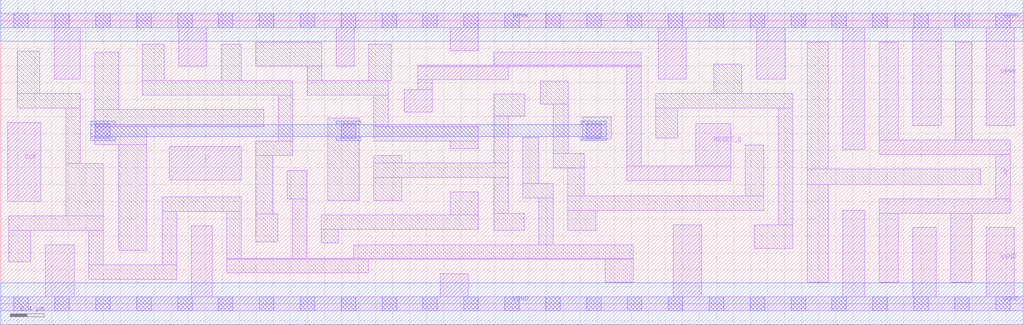
<source format=lef>
# Copyright 2020 The SkyWater PDK Authors
#
# Licensed under the Apache License, Version 2.0 (the "License");
# you may not use this file except in compliance with the License.
# You may obtain a copy of the License at
#
#     https://www.apache.org/licenses/LICENSE-2.0
#
# Unless required by applicable law or agreed to in writing, software
# distributed under the License is distributed on an "AS IS" BASIS,
# WITHOUT WARRANTIES OR CONDITIONS OF ANY KIND, either express or implied.
# See the License for the specific language governing permissions and
# limitations under the License.
#
# SPDX-License-Identifier: Apache-2.0

VERSION 5.7 ;
  NAMESCASESENSITIVE ON ;
  NOWIREEXTENSIONATPIN ON ;
  DIVIDERCHAR "/" ;
  BUSBITCHARS "[]" ;
UNITS
  DATABASE MICRONS 200 ;
END UNITS
MACRO sky130_fd_sc_lp__dfrtp_4
  CLASS CORE ;
  SOURCE USER ;
  FOREIGN sky130_fd_sc_lp__dfrtp_4 ;
  ORIGIN  0.000000  0.000000 ;
  SIZE  12.00000 BY  3.330000 ;
  SYMMETRY X Y R90 ;
  SITE unit ;
  PIN D
    ANTENNAGATEAREA  0.126000 ;
    DIRECTION INPUT ;
    USE SIGNAL ;
    PORT
      LAYER li1 ;
        RECT 1.975000 1.455000 2.820000 1.850000 ;
    END
  END D
  PIN Q
    ANTENNADIFFAREA  1.176000 ;
    DIRECTION OUTPUT ;
    USE SIGNAL ;
    PORT
      LAYER li1 ;
        RECT 10.310000 0.255000 10.535000 1.065000 ;
        RECT 10.310000 1.065000 11.850000 1.235000 ;
        RECT 10.310000 1.755000 11.850000 1.925000 ;
        RECT 10.310000 1.925000 10.535000 3.075000 ;
        RECT 11.150000 0.255000 11.395000 1.065000 ;
        RECT 11.205000 1.925000 11.395000 3.075000 ;
        RECT 11.680000 1.235000 11.850000 1.755000 ;
    END
  END Q
  PIN RESET_B
    ANTENNAGATEAREA  0.378000 ;
    DIRECTION INPUT ;
    USE SIGNAL ;
    PORT
      LAYER li1 ;
        RECT 4.735000 2.255000 5.065000 2.520000 ;
        RECT 4.895000 2.520000 5.065000 2.635000 ;
        RECT 4.895000 2.635000 5.955000 2.785000 ;
        RECT 4.895000 2.785000 7.515000 2.805000 ;
        RECT 5.785000 2.805000 7.515000 2.955000 ;
        RECT 7.345000 1.450000 8.565000 1.620000 ;
        RECT 7.345000 1.620000 7.515000 2.785000 ;
        RECT 8.155000 1.620000 8.565000 2.120000 ;
    END
  END RESET_B
  PIN CLK
    ANTENNAGATEAREA  0.159000 ;
    DIRECTION INPUT ;
    USE CLOCK ;
    PORT
      LAYER li1 ;
        RECT 0.085000 1.200000 0.470000 2.130000 ;
    END
  END CLK
  PIN VGND
    DIRECTION INOUT ;
    USE GROUND ;
    PORT
      LAYER li1 ;
        RECT  0.000000 -0.085000 12.000000 0.085000 ;
        RECT  0.525000  0.085000  0.865000 0.690000 ;
        RECT  2.235000  0.085000  2.480000 0.915000 ;
        RECT  5.155000  0.085000  5.485000 0.355000 ;
        RECT  7.895000  0.085000  8.225000 0.930000 ;
        RECT  9.880000  0.085000 10.140000 1.095000 ;
        RECT 10.705000  0.085000 10.980000 0.895000 ;
        RECT 11.565000  0.085000 11.895000 0.895000 ;
      LAYER mcon ;
        RECT  0.155000 -0.085000  0.325000 0.085000 ;
        RECT  0.635000 -0.085000  0.805000 0.085000 ;
        RECT  1.115000 -0.085000  1.285000 0.085000 ;
        RECT  1.595000 -0.085000  1.765000 0.085000 ;
        RECT  2.075000 -0.085000  2.245000 0.085000 ;
        RECT  2.555000 -0.085000  2.725000 0.085000 ;
        RECT  3.035000 -0.085000  3.205000 0.085000 ;
        RECT  3.515000 -0.085000  3.685000 0.085000 ;
        RECT  3.995000 -0.085000  4.165000 0.085000 ;
        RECT  4.475000 -0.085000  4.645000 0.085000 ;
        RECT  4.955000 -0.085000  5.125000 0.085000 ;
        RECT  5.435000 -0.085000  5.605000 0.085000 ;
        RECT  5.915000 -0.085000  6.085000 0.085000 ;
        RECT  6.395000 -0.085000  6.565000 0.085000 ;
        RECT  6.875000 -0.085000  7.045000 0.085000 ;
        RECT  7.355000 -0.085000  7.525000 0.085000 ;
        RECT  7.835000 -0.085000  8.005000 0.085000 ;
        RECT  8.315000 -0.085000  8.485000 0.085000 ;
        RECT  8.795000 -0.085000  8.965000 0.085000 ;
        RECT  9.275000 -0.085000  9.445000 0.085000 ;
        RECT  9.755000 -0.085000  9.925000 0.085000 ;
        RECT 10.235000 -0.085000 10.405000 0.085000 ;
        RECT 10.715000 -0.085000 10.885000 0.085000 ;
        RECT 11.195000 -0.085000 11.365000 0.085000 ;
        RECT 11.675000 -0.085000 11.845000 0.085000 ;
      LAYER met1 ;
        RECT 0.000000 -0.245000 12.000000 0.245000 ;
    END
  END VGND
  PIN VPWR
    DIRECTION INOUT ;
    USE POWER ;
    PORT
      LAYER li1 ;
        RECT  0.000000 3.245000 12.000000 3.415000 ;
        RECT  0.625000 2.640000  0.935000 3.245000 ;
        RECT  2.090000 2.795000  2.420000 3.245000 ;
        RECT  3.935000 2.795000  4.150000 3.245000 ;
        RECT  5.275000 2.975000  5.605000 3.245000 ;
        RECT  7.715000 2.640000  8.045000 3.245000 ;
        RECT  8.875000 2.640000  9.205000 3.245000 ;
        RECT  9.880000 1.815000 10.140000 3.245000 ;
        RECT 10.705000 2.095000 11.035000 3.245000 ;
        RECT 11.565000 2.095000 11.895000 3.245000 ;
      LAYER mcon ;
        RECT  0.155000 3.245000  0.325000 3.415000 ;
        RECT  0.635000 3.245000  0.805000 3.415000 ;
        RECT  1.115000 3.245000  1.285000 3.415000 ;
        RECT  1.595000 3.245000  1.765000 3.415000 ;
        RECT  2.075000 3.245000  2.245000 3.415000 ;
        RECT  2.555000 3.245000  2.725000 3.415000 ;
        RECT  3.035000 3.245000  3.205000 3.415000 ;
        RECT  3.515000 3.245000  3.685000 3.415000 ;
        RECT  3.995000 3.245000  4.165000 3.415000 ;
        RECT  4.475000 3.245000  4.645000 3.415000 ;
        RECT  4.955000 3.245000  5.125000 3.415000 ;
        RECT  5.435000 3.245000  5.605000 3.415000 ;
        RECT  5.915000 3.245000  6.085000 3.415000 ;
        RECT  6.395000 3.245000  6.565000 3.415000 ;
        RECT  6.875000 3.245000  7.045000 3.415000 ;
        RECT  7.355000 3.245000  7.525000 3.415000 ;
        RECT  7.835000 3.245000  8.005000 3.415000 ;
        RECT  8.315000 3.245000  8.485000 3.415000 ;
        RECT  8.795000 3.245000  8.965000 3.415000 ;
        RECT  9.275000 3.245000  9.445000 3.415000 ;
        RECT  9.755000 3.245000  9.925000 3.415000 ;
        RECT 10.235000 3.245000 10.405000 3.415000 ;
        RECT 10.715000 3.245000 10.885000 3.415000 ;
        RECT 11.195000 3.245000 11.365000 3.415000 ;
        RECT 11.675000 3.245000 11.845000 3.415000 ;
      LAYER met1 ;
        RECT 0.000000 3.085000 12.000000 3.575000 ;
    END
  END VPWR
  OBS
    LAYER li1 ;
      RECT 0.095000 0.495000  0.355000 0.860000 ;
      RECT 0.095000 0.860000  1.205000 1.030000 ;
      RECT 0.195000 2.300000  0.935000 2.470000 ;
      RECT 0.195000 2.470000  0.455000 2.970000 ;
      RECT 0.765000 1.030000  1.205000 1.650000 ;
      RECT 0.765000 1.650000  0.935000 2.300000 ;
      RECT 1.035000 0.290000  2.065000 0.460000 ;
      RECT 1.035000 0.460000  1.205000 0.860000 ;
      RECT 1.105000 1.870000  1.715000 2.085000 ;
      RECT 1.105000 2.085000  3.085000 2.285000 ;
      RECT 1.105000 2.285000  1.385000 2.960000 ;
      RECT 1.385000 0.630000  1.715000 1.870000 ;
      RECT 1.660000 2.455000  3.425000 2.625000 ;
      RECT 1.660000 2.625000  1.920000 3.050000 ;
      RECT 1.895000 0.460000  2.065000 1.085000 ;
      RECT 1.895000 1.085000  2.820000 1.255000 ;
      RECT 2.590000 2.625000  2.820000 3.050000 ;
      RECT 2.650000 0.365000  4.310000 0.525000 ;
      RECT 2.650000 0.525000  7.425000 0.535000 ;
      RECT 2.650000 0.535000  2.820000 1.085000 ;
      RECT 2.990000 0.725000  3.250000 1.055000 ;
      RECT 2.990000 1.055000  3.195000 1.745000 ;
      RECT 2.990000 1.745000  3.425000 1.915000 ;
      RECT 2.990000 2.795000  3.765000 3.075000 ;
      RECT 3.255000 1.915000  3.425000 2.455000 ;
      RECT 3.365000 1.235000  3.590000 1.565000 ;
      RECT 3.420000 0.535000  3.590000 1.235000 ;
      RECT 3.595000 2.455000  4.545000 2.625000 ;
      RECT 3.595000 2.625000  3.765000 2.795000 ;
      RECT 3.760000 0.715000  3.960000 0.875000 ;
      RECT 3.760000 0.875000  5.605000 1.045000 ;
      RECT 3.835000 1.215000  4.205000 2.180000 ;
      RECT 4.140000 0.535000  7.425000 0.695000 ;
      RECT 4.320000 2.625000  4.585000 3.050000 ;
      RECT 4.375000 1.215000  4.705000 1.485000 ;
      RECT 4.375000 1.485000  5.955000 1.655000 ;
      RECT 4.375000 1.655000  4.705000 1.745000 ;
      RECT 4.375000 1.915000  5.605000 2.085000 ;
      RECT 4.375000 2.085000  4.545000 2.455000 ;
      RECT 5.275000 1.045000  5.605000 1.315000 ;
      RECT 5.275000 1.825000  5.605000 1.915000 ;
      RECT 5.785000 0.865000  6.145000 1.065000 ;
      RECT 5.785000 1.065000  5.955000 1.485000 ;
      RECT 5.785000 1.655000  5.955000 2.205000 ;
      RECT 5.785000 2.205000  6.150000 2.465000 ;
      RECT 6.125000 1.245000  6.485000 1.415000 ;
      RECT 6.125000 1.415000  6.315000 1.955000 ;
      RECT 6.315000 0.695000  6.485000 1.245000 ;
      RECT 6.330000 2.345000  6.660000 2.615000 ;
      RECT 6.485000 1.595000  6.845000 1.765000 ;
      RECT 6.485000 1.765000  6.660000 2.345000 ;
      RECT 6.655000 0.865000  6.985000 1.100000 ;
      RECT 6.655000 1.100000  8.955000 1.270000 ;
      RECT 6.655000 1.270000  6.845000 1.595000 ;
      RECT 6.830000 1.935000  7.165000 2.195000 ;
      RECT 7.095000 0.255000  7.425000 0.525000 ;
      RECT 7.685000 1.950000  7.945000 2.300000 ;
      RECT 7.685000 2.300000  9.295000 2.470000 ;
      RECT 8.365000 2.470000  8.695000 2.815000 ;
      RECT 8.735000 1.270000  8.955000 1.865000 ;
      RECT 8.840000 0.650000  9.295000 0.930000 ;
      RECT 9.125000 0.930000  9.295000 2.300000 ;
      RECT 9.465000 0.255000  9.710000 1.405000 ;
      RECT 9.465000 1.405000 11.500000 1.585000 ;
      RECT 9.465000 1.585000  9.710000 3.075000 ;
    LAYER mcon ;
      RECT 1.115000 1.950000 1.285000 2.120000 ;
      RECT 3.995000 1.950000 4.165000 2.120000 ;
      RECT 6.875000 1.950000 7.045000 2.120000 ;
    LAYER met1 ;
      RECT 1.055000 1.920000 1.345000 1.965000 ;
      RECT 1.055000 1.965000 7.105000 2.105000 ;
      RECT 1.055000 2.105000 1.345000 2.150000 ;
      RECT 3.935000 1.920000 4.225000 1.965000 ;
      RECT 3.935000 2.105000 4.225000 2.150000 ;
      RECT 6.815000 1.920000 7.105000 1.965000 ;
      RECT 6.815000 2.105000 7.105000 2.150000 ;
  END
END sky130_fd_sc_lp__dfrtp_4

</source>
